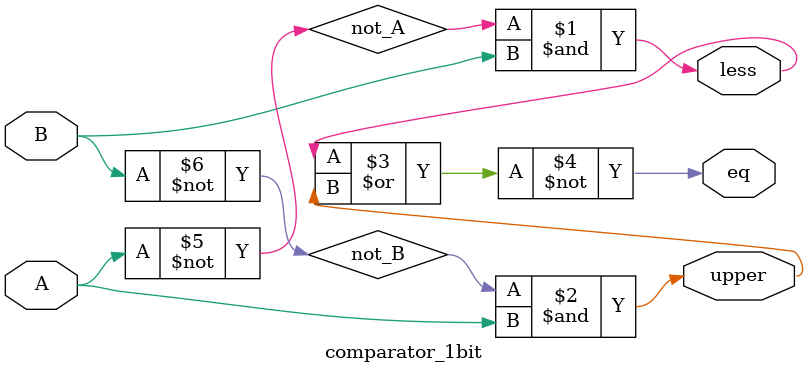
<source format=v>
module comparator_1bit(A,B,eq,less,upper);
	output eq, less, upper;
	input A,B;
	wire not_A;
	wire not_B;
	not(not_A,A);
	not(not_B,B);
	// less A < B
	and(less,not_A,B);
	// upper A > B
	and(upper,not_B,A);
	nor(eq,less,upper);
endmodule 
</source>
